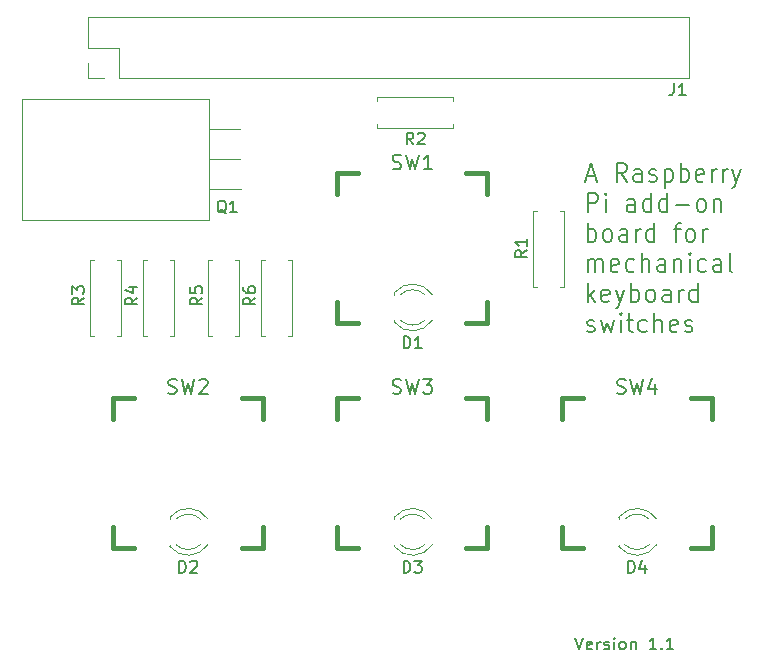
<source format=gto>
G04 #@! TF.FileFunction,Legend,Top*
%FSLAX46Y46*%
G04 Gerber Fmt 4.6, Leading zero omitted, Abs format (unit mm)*
G04 Created by KiCad (PCBNEW 4.0.6) date 08/05/17 18:52:37*
%MOMM*%
%LPD*%
G01*
G04 APERTURE LIST*
%ADD10C,0.100000*%
%ADD11C,0.150000*%
%ADD12C,0.120000*%
%ADD13C,0.381000*%
%ADD14C,0.400000*%
%ADD15R,1.700000X1.700000*%
%ADD16O,1.700000X1.700000*%
%ADD17C,2.750000*%
%ADD18C,6.200000*%
%ADD19R,6.000000X9.500000*%
%ADD20C,1.800000*%
%ADD21O,1.800000X1.800000*%
%ADD22R,1.800000X1.800000*%
%ADD23C,2.286000*%
G04 APERTURE END LIST*
D10*
D11*
X93285714Y-87891667D02*
X94000000Y-87891667D01*
X93142857Y-88348810D02*
X93642857Y-86748810D01*
X94142857Y-88348810D01*
X96642857Y-88348810D02*
X96142857Y-87586905D01*
X95785714Y-88348810D02*
X95785714Y-86748810D01*
X96357142Y-86748810D01*
X96500000Y-86825000D01*
X96571428Y-86901190D01*
X96642857Y-87053571D01*
X96642857Y-87282143D01*
X96571428Y-87434524D01*
X96500000Y-87510714D01*
X96357142Y-87586905D01*
X95785714Y-87586905D01*
X97928571Y-88348810D02*
X97928571Y-87510714D01*
X97857142Y-87358333D01*
X97714285Y-87282143D01*
X97428571Y-87282143D01*
X97285714Y-87358333D01*
X97928571Y-88272619D02*
X97785714Y-88348810D01*
X97428571Y-88348810D01*
X97285714Y-88272619D01*
X97214285Y-88120238D01*
X97214285Y-87967857D01*
X97285714Y-87815476D01*
X97428571Y-87739286D01*
X97785714Y-87739286D01*
X97928571Y-87663095D01*
X98571428Y-88272619D02*
X98714285Y-88348810D01*
X99000000Y-88348810D01*
X99142857Y-88272619D01*
X99214285Y-88120238D01*
X99214285Y-88044048D01*
X99142857Y-87891667D01*
X99000000Y-87815476D01*
X98785714Y-87815476D01*
X98642857Y-87739286D01*
X98571428Y-87586905D01*
X98571428Y-87510714D01*
X98642857Y-87358333D01*
X98785714Y-87282143D01*
X99000000Y-87282143D01*
X99142857Y-87358333D01*
X99857143Y-87282143D02*
X99857143Y-88882143D01*
X99857143Y-87358333D02*
X100000000Y-87282143D01*
X100285714Y-87282143D01*
X100428571Y-87358333D01*
X100500000Y-87434524D01*
X100571429Y-87586905D01*
X100571429Y-88044048D01*
X100500000Y-88196429D01*
X100428571Y-88272619D01*
X100285714Y-88348810D01*
X100000000Y-88348810D01*
X99857143Y-88272619D01*
X101214286Y-88348810D02*
X101214286Y-86748810D01*
X101214286Y-87358333D02*
X101357143Y-87282143D01*
X101642857Y-87282143D01*
X101785714Y-87358333D01*
X101857143Y-87434524D01*
X101928572Y-87586905D01*
X101928572Y-88044048D01*
X101857143Y-88196429D01*
X101785714Y-88272619D01*
X101642857Y-88348810D01*
X101357143Y-88348810D01*
X101214286Y-88272619D01*
X103142857Y-88272619D02*
X103000000Y-88348810D01*
X102714286Y-88348810D01*
X102571429Y-88272619D01*
X102500000Y-88120238D01*
X102500000Y-87510714D01*
X102571429Y-87358333D01*
X102714286Y-87282143D01*
X103000000Y-87282143D01*
X103142857Y-87358333D01*
X103214286Y-87510714D01*
X103214286Y-87663095D01*
X102500000Y-87815476D01*
X103857143Y-88348810D02*
X103857143Y-87282143D01*
X103857143Y-87586905D02*
X103928571Y-87434524D01*
X104000000Y-87358333D01*
X104142857Y-87282143D01*
X104285714Y-87282143D01*
X104785714Y-88348810D02*
X104785714Y-87282143D01*
X104785714Y-87586905D02*
X104857142Y-87434524D01*
X104928571Y-87358333D01*
X105071428Y-87282143D01*
X105214285Y-87282143D01*
X105571428Y-87282143D02*
X105928571Y-88348810D01*
X106285713Y-87282143D02*
X105928571Y-88348810D01*
X105785713Y-88729762D01*
X105714285Y-88805952D01*
X105571428Y-88882143D01*
X93357143Y-90898810D02*
X93357143Y-89298810D01*
X93928571Y-89298810D01*
X94071429Y-89375000D01*
X94142857Y-89451190D01*
X94214286Y-89603571D01*
X94214286Y-89832143D01*
X94142857Y-89984524D01*
X94071429Y-90060714D01*
X93928571Y-90136905D01*
X93357143Y-90136905D01*
X94857143Y-90898810D02*
X94857143Y-89832143D01*
X94857143Y-89298810D02*
X94785714Y-89375000D01*
X94857143Y-89451190D01*
X94928571Y-89375000D01*
X94857143Y-89298810D01*
X94857143Y-89451190D01*
X97357143Y-90898810D02*
X97357143Y-90060714D01*
X97285714Y-89908333D01*
X97142857Y-89832143D01*
X96857143Y-89832143D01*
X96714286Y-89908333D01*
X97357143Y-90822619D02*
X97214286Y-90898810D01*
X96857143Y-90898810D01*
X96714286Y-90822619D01*
X96642857Y-90670238D01*
X96642857Y-90517857D01*
X96714286Y-90365476D01*
X96857143Y-90289286D01*
X97214286Y-90289286D01*
X97357143Y-90213095D01*
X98714286Y-90898810D02*
X98714286Y-89298810D01*
X98714286Y-90822619D02*
X98571429Y-90898810D01*
X98285715Y-90898810D01*
X98142857Y-90822619D01*
X98071429Y-90746429D01*
X98000000Y-90594048D01*
X98000000Y-90136905D01*
X98071429Y-89984524D01*
X98142857Y-89908333D01*
X98285715Y-89832143D01*
X98571429Y-89832143D01*
X98714286Y-89908333D01*
X100071429Y-90898810D02*
X100071429Y-89298810D01*
X100071429Y-90822619D02*
X99928572Y-90898810D01*
X99642858Y-90898810D01*
X99500000Y-90822619D01*
X99428572Y-90746429D01*
X99357143Y-90594048D01*
X99357143Y-90136905D01*
X99428572Y-89984524D01*
X99500000Y-89908333D01*
X99642858Y-89832143D01*
X99928572Y-89832143D01*
X100071429Y-89908333D01*
X100785715Y-90289286D02*
X101928572Y-90289286D01*
X102857144Y-90898810D02*
X102714286Y-90822619D01*
X102642858Y-90746429D01*
X102571429Y-90594048D01*
X102571429Y-90136905D01*
X102642858Y-89984524D01*
X102714286Y-89908333D01*
X102857144Y-89832143D01*
X103071429Y-89832143D01*
X103214286Y-89908333D01*
X103285715Y-89984524D01*
X103357144Y-90136905D01*
X103357144Y-90594048D01*
X103285715Y-90746429D01*
X103214286Y-90822619D01*
X103071429Y-90898810D01*
X102857144Y-90898810D01*
X104000001Y-89832143D02*
X104000001Y-90898810D01*
X104000001Y-89984524D02*
X104071429Y-89908333D01*
X104214287Y-89832143D01*
X104428572Y-89832143D01*
X104571429Y-89908333D01*
X104642858Y-90060714D01*
X104642858Y-90898810D01*
X93357143Y-93448810D02*
X93357143Y-91848810D01*
X93357143Y-92458333D02*
X93500000Y-92382143D01*
X93785714Y-92382143D01*
X93928571Y-92458333D01*
X94000000Y-92534524D01*
X94071429Y-92686905D01*
X94071429Y-93144048D01*
X94000000Y-93296429D01*
X93928571Y-93372619D01*
X93785714Y-93448810D01*
X93500000Y-93448810D01*
X93357143Y-93372619D01*
X94928572Y-93448810D02*
X94785714Y-93372619D01*
X94714286Y-93296429D01*
X94642857Y-93144048D01*
X94642857Y-92686905D01*
X94714286Y-92534524D01*
X94785714Y-92458333D01*
X94928572Y-92382143D01*
X95142857Y-92382143D01*
X95285714Y-92458333D01*
X95357143Y-92534524D01*
X95428572Y-92686905D01*
X95428572Y-93144048D01*
X95357143Y-93296429D01*
X95285714Y-93372619D01*
X95142857Y-93448810D01*
X94928572Y-93448810D01*
X96714286Y-93448810D02*
X96714286Y-92610714D01*
X96642857Y-92458333D01*
X96500000Y-92382143D01*
X96214286Y-92382143D01*
X96071429Y-92458333D01*
X96714286Y-93372619D02*
X96571429Y-93448810D01*
X96214286Y-93448810D01*
X96071429Y-93372619D01*
X96000000Y-93220238D01*
X96000000Y-93067857D01*
X96071429Y-92915476D01*
X96214286Y-92839286D01*
X96571429Y-92839286D01*
X96714286Y-92763095D01*
X97428572Y-93448810D02*
X97428572Y-92382143D01*
X97428572Y-92686905D02*
X97500000Y-92534524D01*
X97571429Y-92458333D01*
X97714286Y-92382143D01*
X97857143Y-92382143D01*
X99000000Y-93448810D02*
X99000000Y-91848810D01*
X99000000Y-93372619D02*
X98857143Y-93448810D01*
X98571429Y-93448810D01*
X98428571Y-93372619D01*
X98357143Y-93296429D01*
X98285714Y-93144048D01*
X98285714Y-92686905D01*
X98357143Y-92534524D01*
X98428571Y-92458333D01*
X98571429Y-92382143D01*
X98857143Y-92382143D01*
X99000000Y-92458333D01*
X100642857Y-92382143D02*
X101214286Y-92382143D01*
X100857143Y-93448810D02*
X100857143Y-92077381D01*
X100928571Y-91925000D01*
X101071429Y-91848810D01*
X101214286Y-91848810D01*
X101928572Y-93448810D02*
X101785714Y-93372619D01*
X101714286Y-93296429D01*
X101642857Y-93144048D01*
X101642857Y-92686905D01*
X101714286Y-92534524D01*
X101785714Y-92458333D01*
X101928572Y-92382143D01*
X102142857Y-92382143D01*
X102285714Y-92458333D01*
X102357143Y-92534524D01*
X102428572Y-92686905D01*
X102428572Y-93144048D01*
X102357143Y-93296429D01*
X102285714Y-93372619D01*
X102142857Y-93448810D01*
X101928572Y-93448810D01*
X103071429Y-93448810D02*
X103071429Y-92382143D01*
X103071429Y-92686905D02*
X103142857Y-92534524D01*
X103214286Y-92458333D01*
X103357143Y-92382143D01*
X103500000Y-92382143D01*
X93357143Y-95998810D02*
X93357143Y-94932143D01*
X93357143Y-95084524D02*
X93428571Y-95008333D01*
X93571429Y-94932143D01*
X93785714Y-94932143D01*
X93928571Y-95008333D01*
X94000000Y-95160714D01*
X94000000Y-95998810D01*
X94000000Y-95160714D02*
X94071429Y-95008333D01*
X94214286Y-94932143D01*
X94428571Y-94932143D01*
X94571429Y-95008333D01*
X94642857Y-95160714D01*
X94642857Y-95998810D01*
X95928571Y-95922619D02*
X95785714Y-95998810D01*
X95500000Y-95998810D01*
X95357143Y-95922619D01*
X95285714Y-95770238D01*
X95285714Y-95160714D01*
X95357143Y-95008333D01*
X95500000Y-94932143D01*
X95785714Y-94932143D01*
X95928571Y-95008333D01*
X96000000Y-95160714D01*
X96000000Y-95313095D01*
X95285714Y-95465476D01*
X97285714Y-95922619D02*
X97142857Y-95998810D01*
X96857143Y-95998810D01*
X96714285Y-95922619D01*
X96642857Y-95846429D01*
X96571428Y-95694048D01*
X96571428Y-95236905D01*
X96642857Y-95084524D01*
X96714285Y-95008333D01*
X96857143Y-94932143D01*
X97142857Y-94932143D01*
X97285714Y-95008333D01*
X97928571Y-95998810D02*
X97928571Y-94398810D01*
X98571428Y-95998810D02*
X98571428Y-95160714D01*
X98499999Y-95008333D01*
X98357142Y-94932143D01*
X98142857Y-94932143D01*
X97999999Y-95008333D01*
X97928571Y-95084524D01*
X99928571Y-95998810D02*
X99928571Y-95160714D01*
X99857142Y-95008333D01*
X99714285Y-94932143D01*
X99428571Y-94932143D01*
X99285714Y-95008333D01*
X99928571Y-95922619D02*
X99785714Y-95998810D01*
X99428571Y-95998810D01*
X99285714Y-95922619D01*
X99214285Y-95770238D01*
X99214285Y-95617857D01*
X99285714Y-95465476D01*
X99428571Y-95389286D01*
X99785714Y-95389286D01*
X99928571Y-95313095D01*
X100642857Y-94932143D02*
X100642857Y-95998810D01*
X100642857Y-95084524D02*
X100714285Y-95008333D01*
X100857143Y-94932143D01*
X101071428Y-94932143D01*
X101214285Y-95008333D01*
X101285714Y-95160714D01*
X101285714Y-95998810D01*
X102000000Y-95998810D02*
X102000000Y-94932143D01*
X102000000Y-94398810D02*
X101928571Y-94475000D01*
X102000000Y-94551190D01*
X102071428Y-94475000D01*
X102000000Y-94398810D01*
X102000000Y-94551190D01*
X103357143Y-95922619D02*
X103214286Y-95998810D01*
X102928572Y-95998810D01*
X102785714Y-95922619D01*
X102714286Y-95846429D01*
X102642857Y-95694048D01*
X102642857Y-95236905D01*
X102714286Y-95084524D01*
X102785714Y-95008333D01*
X102928572Y-94932143D01*
X103214286Y-94932143D01*
X103357143Y-95008333D01*
X104642857Y-95998810D02*
X104642857Y-95160714D01*
X104571428Y-95008333D01*
X104428571Y-94932143D01*
X104142857Y-94932143D01*
X104000000Y-95008333D01*
X104642857Y-95922619D02*
X104500000Y-95998810D01*
X104142857Y-95998810D01*
X104000000Y-95922619D01*
X103928571Y-95770238D01*
X103928571Y-95617857D01*
X104000000Y-95465476D01*
X104142857Y-95389286D01*
X104500000Y-95389286D01*
X104642857Y-95313095D01*
X105571429Y-95998810D02*
X105428571Y-95922619D01*
X105357143Y-95770238D01*
X105357143Y-94398810D01*
X93357143Y-98548810D02*
X93357143Y-96948810D01*
X93500000Y-97939286D02*
X93928571Y-98548810D01*
X93928571Y-97482143D02*
X93357143Y-98091667D01*
X95142857Y-98472619D02*
X95000000Y-98548810D01*
X94714286Y-98548810D01*
X94571429Y-98472619D01*
X94500000Y-98320238D01*
X94500000Y-97710714D01*
X94571429Y-97558333D01*
X94714286Y-97482143D01*
X95000000Y-97482143D01*
X95142857Y-97558333D01*
X95214286Y-97710714D01*
X95214286Y-97863095D01*
X94500000Y-98015476D01*
X95714286Y-97482143D02*
X96071429Y-98548810D01*
X96428571Y-97482143D02*
X96071429Y-98548810D01*
X95928571Y-98929762D01*
X95857143Y-99005952D01*
X95714286Y-99082143D01*
X97000000Y-98548810D02*
X97000000Y-96948810D01*
X97000000Y-97558333D02*
X97142857Y-97482143D01*
X97428571Y-97482143D01*
X97571428Y-97558333D01*
X97642857Y-97634524D01*
X97714286Y-97786905D01*
X97714286Y-98244048D01*
X97642857Y-98396429D01*
X97571428Y-98472619D01*
X97428571Y-98548810D01*
X97142857Y-98548810D01*
X97000000Y-98472619D01*
X98571429Y-98548810D02*
X98428571Y-98472619D01*
X98357143Y-98396429D01*
X98285714Y-98244048D01*
X98285714Y-97786905D01*
X98357143Y-97634524D01*
X98428571Y-97558333D01*
X98571429Y-97482143D01*
X98785714Y-97482143D01*
X98928571Y-97558333D01*
X99000000Y-97634524D01*
X99071429Y-97786905D01*
X99071429Y-98244048D01*
X99000000Y-98396429D01*
X98928571Y-98472619D01*
X98785714Y-98548810D01*
X98571429Y-98548810D01*
X100357143Y-98548810D02*
X100357143Y-97710714D01*
X100285714Y-97558333D01*
X100142857Y-97482143D01*
X99857143Y-97482143D01*
X99714286Y-97558333D01*
X100357143Y-98472619D02*
X100214286Y-98548810D01*
X99857143Y-98548810D01*
X99714286Y-98472619D01*
X99642857Y-98320238D01*
X99642857Y-98167857D01*
X99714286Y-98015476D01*
X99857143Y-97939286D01*
X100214286Y-97939286D01*
X100357143Y-97863095D01*
X101071429Y-98548810D02*
X101071429Y-97482143D01*
X101071429Y-97786905D02*
X101142857Y-97634524D01*
X101214286Y-97558333D01*
X101357143Y-97482143D01*
X101500000Y-97482143D01*
X102642857Y-98548810D02*
X102642857Y-96948810D01*
X102642857Y-98472619D02*
X102500000Y-98548810D01*
X102214286Y-98548810D01*
X102071428Y-98472619D01*
X102000000Y-98396429D01*
X101928571Y-98244048D01*
X101928571Y-97786905D01*
X102000000Y-97634524D01*
X102071428Y-97558333D01*
X102214286Y-97482143D01*
X102500000Y-97482143D01*
X102642857Y-97558333D01*
X93285714Y-101022619D02*
X93428571Y-101098810D01*
X93714286Y-101098810D01*
X93857143Y-101022619D01*
X93928571Y-100870238D01*
X93928571Y-100794048D01*
X93857143Y-100641667D01*
X93714286Y-100565476D01*
X93500000Y-100565476D01*
X93357143Y-100489286D01*
X93285714Y-100336905D01*
X93285714Y-100260714D01*
X93357143Y-100108333D01*
X93500000Y-100032143D01*
X93714286Y-100032143D01*
X93857143Y-100108333D01*
X94428572Y-100032143D02*
X94714286Y-101098810D01*
X95000000Y-100336905D01*
X95285715Y-101098810D01*
X95571429Y-100032143D01*
X96142858Y-101098810D02*
X96142858Y-100032143D01*
X96142858Y-99498810D02*
X96071429Y-99575000D01*
X96142858Y-99651190D01*
X96214286Y-99575000D01*
X96142858Y-99498810D01*
X96142858Y-99651190D01*
X96642858Y-100032143D02*
X97214287Y-100032143D01*
X96857144Y-99498810D02*
X96857144Y-100870238D01*
X96928572Y-101022619D01*
X97071430Y-101098810D01*
X97214287Y-101098810D01*
X98357144Y-101022619D02*
X98214287Y-101098810D01*
X97928573Y-101098810D01*
X97785715Y-101022619D01*
X97714287Y-100946429D01*
X97642858Y-100794048D01*
X97642858Y-100336905D01*
X97714287Y-100184524D01*
X97785715Y-100108333D01*
X97928573Y-100032143D01*
X98214287Y-100032143D01*
X98357144Y-100108333D01*
X99000001Y-101098810D02*
X99000001Y-99498810D01*
X99642858Y-101098810D02*
X99642858Y-100260714D01*
X99571429Y-100108333D01*
X99428572Y-100032143D01*
X99214287Y-100032143D01*
X99071429Y-100108333D01*
X99000001Y-100184524D01*
X100928572Y-101022619D02*
X100785715Y-101098810D01*
X100500001Y-101098810D01*
X100357144Y-101022619D01*
X100285715Y-100870238D01*
X100285715Y-100260714D01*
X100357144Y-100108333D01*
X100500001Y-100032143D01*
X100785715Y-100032143D01*
X100928572Y-100108333D01*
X101000001Y-100260714D01*
X101000001Y-100413095D01*
X100285715Y-100565476D01*
X101571429Y-101022619D02*
X101714286Y-101098810D01*
X102000001Y-101098810D01*
X102142858Y-101022619D01*
X102214286Y-100870238D01*
X102214286Y-100794048D01*
X102142858Y-100641667D01*
X102000001Y-100565476D01*
X101785715Y-100565476D01*
X101642858Y-100489286D01*
X101571429Y-100336905D01*
X101571429Y-100260714D01*
X101642858Y-100108333D01*
X101785715Y-100032143D01*
X102000001Y-100032143D01*
X102142858Y-100108333D01*
X92309524Y-126952381D02*
X92642857Y-127952381D01*
X92976191Y-126952381D01*
X93690477Y-127904762D02*
X93595239Y-127952381D01*
X93404762Y-127952381D01*
X93309524Y-127904762D01*
X93261905Y-127809524D01*
X93261905Y-127428571D01*
X93309524Y-127333333D01*
X93404762Y-127285714D01*
X93595239Y-127285714D01*
X93690477Y-127333333D01*
X93738096Y-127428571D01*
X93738096Y-127523810D01*
X93261905Y-127619048D01*
X94166667Y-127952381D02*
X94166667Y-127285714D01*
X94166667Y-127476190D02*
X94214286Y-127380952D01*
X94261905Y-127333333D01*
X94357143Y-127285714D01*
X94452382Y-127285714D01*
X94738096Y-127904762D02*
X94833334Y-127952381D01*
X95023810Y-127952381D01*
X95119049Y-127904762D01*
X95166668Y-127809524D01*
X95166668Y-127761905D01*
X95119049Y-127666667D01*
X95023810Y-127619048D01*
X94880953Y-127619048D01*
X94785715Y-127571429D01*
X94738096Y-127476190D01*
X94738096Y-127428571D01*
X94785715Y-127333333D01*
X94880953Y-127285714D01*
X95023810Y-127285714D01*
X95119049Y-127333333D01*
X95595239Y-127952381D02*
X95595239Y-127285714D01*
X95595239Y-126952381D02*
X95547620Y-127000000D01*
X95595239Y-127047619D01*
X95642858Y-127000000D01*
X95595239Y-126952381D01*
X95595239Y-127047619D01*
X96214286Y-127952381D02*
X96119048Y-127904762D01*
X96071429Y-127857143D01*
X96023810Y-127761905D01*
X96023810Y-127476190D01*
X96071429Y-127380952D01*
X96119048Y-127333333D01*
X96214286Y-127285714D01*
X96357144Y-127285714D01*
X96452382Y-127333333D01*
X96500001Y-127380952D01*
X96547620Y-127476190D01*
X96547620Y-127761905D01*
X96500001Y-127857143D01*
X96452382Y-127904762D01*
X96357144Y-127952381D01*
X96214286Y-127952381D01*
X96976191Y-127285714D02*
X96976191Y-127952381D01*
X96976191Y-127380952D02*
X97023810Y-127333333D01*
X97119048Y-127285714D01*
X97261906Y-127285714D01*
X97357144Y-127333333D01*
X97404763Y-127428571D01*
X97404763Y-127952381D01*
X99166668Y-127952381D02*
X98595239Y-127952381D01*
X98880953Y-127952381D02*
X98880953Y-126952381D01*
X98785715Y-127095238D01*
X98690477Y-127190476D01*
X98595239Y-127238095D01*
X99595239Y-127857143D02*
X99642858Y-127904762D01*
X99595239Y-127952381D01*
X99547620Y-127904762D01*
X99595239Y-127857143D01*
X99595239Y-127952381D01*
X100595239Y-127952381D02*
X100023810Y-127952381D01*
X100309524Y-127952381D02*
X100309524Y-126952381D01*
X100214286Y-127095238D01*
X100119048Y-127190476D01*
X100023810Y-127238095D01*
D12*
X101960000Y-79600000D02*
X101960000Y-74400000D01*
X53640000Y-79600000D02*
X101960000Y-79600000D01*
X51040000Y-74400000D02*
X101960000Y-74400000D01*
X53640000Y-79600000D02*
X53640000Y-77000000D01*
X53640000Y-77000000D02*
X51040000Y-77000000D01*
X51040000Y-77000000D02*
X51040000Y-74400000D01*
X52370000Y-79600000D02*
X51040000Y-79600000D01*
X51040000Y-79600000D02*
X51040000Y-78270000D01*
X107786000Y-126000000D02*
G75*
G03X107786000Y-126000000I-2286000J0D01*
G01*
X49786000Y-126000000D02*
G75*
G03X49786000Y-126000000I-2286000J0D01*
G01*
X49786000Y-77000000D02*
G75*
G03X49786000Y-77000000I-2286000J0D01*
G01*
X107786000Y-77000000D02*
G75*
G03X107786000Y-77000000I-2286000J0D01*
G01*
X61310000Y-91580000D02*
X61310000Y-81340000D01*
X45420000Y-91580000D02*
X45420000Y-81340000D01*
X45420000Y-91580000D02*
X61310000Y-91580000D01*
X45420000Y-81340000D02*
X61310000Y-81340000D01*
X61310000Y-89000000D02*
X63950000Y-89000000D01*
X61310000Y-86460000D02*
X63934000Y-86460000D01*
X61310000Y-83920000D02*
X63934000Y-83920000D01*
X49786000Y-126000000D02*
G75*
G03X49786000Y-126000000I-2286000J0D01*
G01*
X107786000Y-126000000D02*
G75*
G03X107786000Y-126000000I-2286000J0D01*
G01*
X107786000Y-77000000D02*
G75*
G03X107786000Y-77000000I-2286000J0D01*
G01*
X80192335Y-97921392D02*
G75*
G03X76960000Y-97764484I-1672335J-1078608D01*
G01*
X80192335Y-100078608D02*
G75*
G02X76960000Y-100235516I-1672335J1078608D01*
G01*
X79561130Y-97920163D02*
G75*
G03X77479039Y-97920000I-1041130J-1079837D01*
G01*
X79561130Y-100079837D02*
G75*
G02X77479039Y-100080000I-1041130J1079837D01*
G01*
X76960000Y-97764000D02*
X76960000Y-97920000D01*
X76960000Y-100080000D02*
X76960000Y-100236000D01*
X61192335Y-116921392D02*
G75*
G03X57960000Y-116764484I-1672335J-1078608D01*
G01*
X61192335Y-119078608D02*
G75*
G02X57960000Y-119235516I-1672335J1078608D01*
G01*
X60561130Y-116920163D02*
G75*
G03X58479039Y-116920000I-1041130J-1079837D01*
G01*
X60561130Y-119079837D02*
G75*
G02X58479039Y-119080000I-1041130J1079837D01*
G01*
X57960000Y-116764000D02*
X57960000Y-116920000D01*
X57960000Y-119080000D02*
X57960000Y-119236000D01*
X80192335Y-116921392D02*
G75*
G03X76960000Y-116764484I-1672335J-1078608D01*
G01*
X80192335Y-119078608D02*
G75*
G02X76960000Y-119235516I-1672335J1078608D01*
G01*
X79561130Y-116920163D02*
G75*
G03X77479039Y-116920000I-1041130J-1079837D01*
G01*
X79561130Y-119079837D02*
G75*
G02X77479039Y-119080000I-1041130J1079837D01*
G01*
X76960000Y-116764000D02*
X76960000Y-116920000D01*
X76960000Y-119080000D02*
X76960000Y-119236000D01*
X99192335Y-116921392D02*
G75*
G03X95960000Y-116764484I-1672335J-1078608D01*
G01*
X99192335Y-119078608D02*
G75*
G02X95960000Y-119235516I-1672335J1078608D01*
G01*
X98561130Y-116920163D02*
G75*
G03X96479039Y-116920000I-1041130J-1079837D01*
G01*
X98561130Y-119079837D02*
G75*
G02X96479039Y-119080000I-1041130J1079837D01*
G01*
X95960000Y-116764000D02*
X95960000Y-116920000D01*
X95960000Y-119080000D02*
X95960000Y-119236000D01*
D13*
X72150000Y-87650000D02*
X73928000Y-87650000D01*
X83072000Y-87650000D02*
X84850000Y-87650000D01*
X84850000Y-87650000D02*
X84850000Y-89428000D01*
X84850000Y-98572000D02*
X84850000Y-100350000D01*
X84850000Y-100350000D02*
X83072000Y-100350000D01*
X73928000Y-100350000D02*
X72150000Y-100350000D01*
X72150000Y-100350000D02*
X72150000Y-98572000D01*
X72150000Y-89428000D02*
X72150000Y-87650000D01*
X53150000Y-106650000D02*
X54928000Y-106650000D01*
X64072000Y-106650000D02*
X65850000Y-106650000D01*
X65850000Y-106650000D02*
X65850000Y-108428000D01*
X65850000Y-117572000D02*
X65850000Y-119350000D01*
X65850000Y-119350000D02*
X64072000Y-119350000D01*
X54928000Y-119350000D02*
X53150000Y-119350000D01*
X53150000Y-119350000D02*
X53150000Y-117572000D01*
X53150000Y-108428000D02*
X53150000Y-106650000D01*
X72150000Y-106650000D02*
X73928000Y-106650000D01*
X83072000Y-106650000D02*
X84850000Y-106650000D01*
X84850000Y-106650000D02*
X84850000Y-108428000D01*
X84850000Y-117572000D02*
X84850000Y-119350000D01*
X84850000Y-119350000D02*
X83072000Y-119350000D01*
X73928000Y-119350000D02*
X72150000Y-119350000D01*
X72150000Y-119350000D02*
X72150000Y-117572000D01*
X72150000Y-108428000D02*
X72150000Y-106650000D01*
X91150000Y-106650000D02*
X92928000Y-106650000D01*
X102072000Y-106650000D02*
X103850000Y-106650000D01*
X103850000Y-106650000D02*
X103850000Y-108428000D01*
X103850000Y-117572000D02*
X103850000Y-119350000D01*
X103850000Y-119350000D02*
X102072000Y-119350000D01*
X92928000Y-119350000D02*
X91150000Y-119350000D01*
X91150000Y-119350000D02*
X91150000Y-117572000D01*
X91150000Y-108428000D02*
X91150000Y-106650000D01*
D12*
X49786000Y-77000000D02*
G75*
G03X49786000Y-77000000I-2286000J0D01*
G01*
X90980000Y-90850000D02*
X91310000Y-90850000D01*
X91310000Y-90850000D02*
X91310000Y-97270000D01*
X91310000Y-97270000D02*
X90980000Y-97270000D01*
X89020000Y-90850000D02*
X88690000Y-90850000D01*
X88690000Y-90850000D02*
X88690000Y-97270000D01*
X88690000Y-97270000D02*
X89020000Y-97270000D01*
X81900000Y-83480000D02*
X81900000Y-83810000D01*
X81900000Y-83810000D02*
X75480000Y-83810000D01*
X75480000Y-83810000D02*
X75480000Y-83480000D01*
X81900000Y-81520000D02*
X81900000Y-81190000D01*
X81900000Y-81190000D02*
X75480000Y-81190000D01*
X75480000Y-81190000D02*
X75480000Y-81520000D01*
X51520000Y-101400000D02*
X51190000Y-101400000D01*
X51190000Y-101400000D02*
X51190000Y-94980000D01*
X51190000Y-94980000D02*
X51520000Y-94980000D01*
X53480000Y-101400000D02*
X53810000Y-101400000D01*
X53810000Y-101400000D02*
X53810000Y-94980000D01*
X53810000Y-94980000D02*
X53480000Y-94980000D01*
X56020000Y-101400000D02*
X55690000Y-101400000D01*
X55690000Y-101400000D02*
X55690000Y-94980000D01*
X55690000Y-94980000D02*
X56020000Y-94980000D01*
X57980000Y-101400000D02*
X58310000Y-101400000D01*
X58310000Y-101400000D02*
X58310000Y-94980000D01*
X58310000Y-94980000D02*
X57980000Y-94980000D01*
X61520000Y-101400000D02*
X61190000Y-101400000D01*
X61190000Y-101400000D02*
X61190000Y-94980000D01*
X61190000Y-94980000D02*
X61520000Y-94980000D01*
X63480000Y-101400000D02*
X63810000Y-101400000D01*
X63810000Y-101400000D02*
X63810000Y-94980000D01*
X63810000Y-94980000D02*
X63480000Y-94980000D01*
X66020000Y-101400000D02*
X65690000Y-101400000D01*
X65690000Y-101400000D02*
X65690000Y-94980000D01*
X65690000Y-94980000D02*
X66020000Y-94980000D01*
X67980000Y-101400000D02*
X68310000Y-101400000D01*
X68310000Y-101400000D02*
X68310000Y-94980000D01*
X68310000Y-94980000D02*
X67980000Y-94980000D01*
D11*
X100636667Y-80022381D02*
X100636667Y-80736667D01*
X100589047Y-80879524D01*
X100493809Y-80974762D01*
X100350952Y-81022381D01*
X100255714Y-81022381D01*
X101636667Y-81022381D02*
X101065238Y-81022381D01*
X101350952Y-81022381D02*
X101350952Y-80022381D01*
X101255714Y-80165238D01*
X101160476Y-80260476D01*
X101065238Y-80308095D01*
X62732762Y-91043619D02*
X62637524Y-90996000D01*
X62542286Y-90900762D01*
X62399429Y-90757905D01*
X62304190Y-90710286D01*
X62208952Y-90710286D01*
X62256571Y-90948381D02*
X62161333Y-90900762D01*
X62066095Y-90805524D01*
X62018476Y-90615048D01*
X62018476Y-90281714D01*
X62066095Y-90091238D01*
X62161333Y-89996000D01*
X62256571Y-89948381D01*
X62447048Y-89948381D01*
X62542286Y-89996000D01*
X62637524Y-90091238D01*
X62685143Y-90281714D01*
X62685143Y-90615048D01*
X62637524Y-90805524D01*
X62542286Y-90900762D01*
X62447048Y-90948381D01*
X62256571Y-90948381D01*
X63637524Y-90948381D02*
X63066095Y-90948381D01*
X63351809Y-90948381D02*
X63351809Y-89948381D01*
X63256571Y-90091238D01*
X63161333Y-90186476D01*
X63066095Y-90234095D01*
X77761905Y-102452381D02*
X77761905Y-101452381D01*
X78000000Y-101452381D01*
X78142858Y-101500000D01*
X78238096Y-101595238D01*
X78285715Y-101690476D01*
X78333334Y-101880952D01*
X78333334Y-102023810D01*
X78285715Y-102214286D01*
X78238096Y-102309524D01*
X78142858Y-102404762D01*
X78000000Y-102452381D01*
X77761905Y-102452381D01*
X79285715Y-102452381D02*
X78714286Y-102452381D01*
X79000000Y-102452381D02*
X79000000Y-101452381D01*
X78904762Y-101595238D01*
X78809524Y-101690476D01*
X78714286Y-101738095D01*
X58761905Y-121452381D02*
X58761905Y-120452381D01*
X59000000Y-120452381D01*
X59142858Y-120500000D01*
X59238096Y-120595238D01*
X59285715Y-120690476D01*
X59333334Y-120880952D01*
X59333334Y-121023810D01*
X59285715Y-121214286D01*
X59238096Y-121309524D01*
X59142858Y-121404762D01*
X59000000Y-121452381D01*
X58761905Y-121452381D01*
X59714286Y-120547619D02*
X59761905Y-120500000D01*
X59857143Y-120452381D01*
X60095239Y-120452381D01*
X60190477Y-120500000D01*
X60238096Y-120547619D01*
X60285715Y-120642857D01*
X60285715Y-120738095D01*
X60238096Y-120880952D01*
X59666667Y-121452381D01*
X60285715Y-121452381D01*
X77761905Y-121452381D02*
X77761905Y-120452381D01*
X78000000Y-120452381D01*
X78142858Y-120500000D01*
X78238096Y-120595238D01*
X78285715Y-120690476D01*
X78333334Y-120880952D01*
X78333334Y-121023810D01*
X78285715Y-121214286D01*
X78238096Y-121309524D01*
X78142858Y-121404762D01*
X78000000Y-121452381D01*
X77761905Y-121452381D01*
X78666667Y-120452381D02*
X79285715Y-120452381D01*
X78952381Y-120833333D01*
X79095239Y-120833333D01*
X79190477Y-120880952D01*
X79238096Y-120928571D01*
X79285715Y-121023810D01*
X79285715Y-121261905D01*
X79238096Y-121357143D01*
X79190477Y-121404762D01*
X79095239Y-121452381D01*
X78809524Y-121452381D01*
X78714286Y-121404762D01*
X78666667Y-121357143D01*
X96761905Y-121452381D02*
X96761905Y-120452381D01*
X97000000Y-120452381D01*
X97142858Y-120500000D01*
X97238096Y-120595238D01*
X97285715Y-120690476D01*
X97333334Y-120880952D01*
X97333334Y-121023810D01*
X97285715Y-121214286D01*
X97238096Y-121309524D01*
X97142858Y-121404762D01*
X97000000Y-121452381D01*
X96761905Y-121452381D01*
X98190477Y-120785714D02*
X98190477Y-121452381D01*
X97952381Y-120404762D02*
X97714286Y-121119048D01*
X98333334Y-121119048D01*
X76833334Y-87255952D02*
X77011906Y-87315476D01*
X77309525Y-87315476D01*
X77428572Y-87255952D01*
X77488096Y-87196429D01*
X77547620Y-87077381D01*
X77547620Y-86958333D01*
X77488096Y-86839286D01*
X77428572Y-86779762D01*
X77309525Y-86720238D01*
X77071429Y-86660714D01*
X76952382Y-86601190D01*
X76892858Y-86541667D01*
X76833334Y-86422619D01*
X76833334Y-86303571D01*
X76892858Y-86184524D01*
X76952382Y-86125000D01*
X77071429Y-86065476D01*
X77369049Y-86065476D01*
X77547620Y-86125000D01*
X77964286Y-86065476D02*
X78261905Y-87315476D01*
X78500001Y-86422619D01*
X78738096Y-87315476D01*
X79035715Y-86065476D01*
X80166667Y-87315476D02*
X79452381Y-87315476D01*
X79809524Y-87315476D02*
X79809524Y-86065476D01*
X79690476Y-86244048D01*
X79571429Y-86363095D01*
X79452381Y-86422619D01*
X57833334Y-106255952D02*
X58011906Y-106315476D01*
X58309525Y-106315476D01*
X58428572Y-106255952D01*
X58488096Y-106196429D01*
X58547620Y-106077381D01*
X58547620Y-105958333D01*
X58488096Y-105839286D01*
X58428572Y-105779762D01*
X58309525Y-105720238D01*
X58071429Y-105660714D01*
X57952382Y-105601190D01*
X57892858Y-105541667D01*
X57833334Y-105422619D01*
X57833334Y-105303571D01*
X57892858Y-105184524D01*
X57952382Y-105125000D01*
X58071429Y-105065476D01*
X58369049Y-105065476D01*
X58547620Y-105125000D01*
X58964286Y-105065476D02*
X59261905Y-106315476D01*
X59500001Y-105422619D01*
X59738096Y-106315476D01*
X60035715Y-105065476D01*
X60452381Y-105184524D02*
X60511905Y-105125000D01*
X60630953Y-105065476D01*
X60928572Y-105065476D01*
X61047619Y-105125000D01*
X61107143Y-105184524D01*
X61166667Y-105303571D01*
X61166667Y-105422619D01*
X61107143Y-105601190D01*
X60392857Y-106315476D01*
X61166667Y-106315476D01*
X76833334Y-106255952D02*
X77011906Y-106315476D01*
X77309525Y-106315476D01*
X77428572Y-106255952D01*
X77488096Y-106196429D01*
X77547620Y-106077381D01*
X77547620Y-105958333D01*
X77488096Y-105839286D01*
X77428572Y-105779762D01*
X77309525Y-105720238D01*
X77071429Y-105660714D01*
X76952382Y-105601190D01*
X76892858Y-105541667D01*
X76833334Y-105422619D01*
X76833334Y-105303571D01*
X76892858Y-105184524D01*
X76952382Y-105125000D01*
X77071429Y-105065476D01*
X77369049Y-105065476D01*
X77547620Y-105125000D01*
X77964286Y-105065476D02*
X78261905Y-106315476D01*
X78500001Y-105422619D01*
X78738096Y-106315476D01*
X79035715Y-105065476D01*
X79392857Y-105065476D02*
X80166667Y-105065476D01*
X79750000Y-105541667D01*
X79928572Y-105541667D01*
X80047619Y-105601190D01*
X80107143Y-105660714D01*
X80166667Y-105779762D01*
X80166667Y-106077381D01*
X80107143Y-106196429D01*
X80047619Y-106255952D01*
X79928572Y-106315476D01*
X79571429Y-106315476D01*
X79452381Y-106255952D01*
X79392857Y-106196429D01*
X95833334Y-106255952D02*
X96011906Y-106315476D01*
X96309525Y-106315476D01*
X96428572Y-106255952D01*
X96488096Y-106196429D01*
X96547620Y-106077381D01*
X96547620Y-105958333D01*
X96488096Y-105839286D01*
X96428572Y-105779762D01*
X96309525Y-105720238D01*
X96071429Y-105660714D01*
X95952382Y-105601190D01*
X95892858Y-105541667D01*
X95833334Y-105422619D01*
X95833334Y-105303571D01*
X95892858Y-105184524D01*
X95952382Y-105125000D01*
X96071429Y-105065476D01*
X96369049Y-105065476D01*
X96547620Y-105125000D01*
X96964286Y-105065476D02*
X97261905Y-106315476D01*
X97500001Y-105422619D01*
X97738096Y-106315476D01*
X98035715Y-105065476D01*
X99047619Y-105482143D02*
X99047619Y-106315476D01*
X98750000Y-105005952D02*
X98452381Y-105898810D01*
X99226191Y-105898810D01*
X88202381Y-94166666D02*
X87726190Y-94500000D01*
X88202381Y-94738095D02*
X87202381Y-94738095D01*
X87202381Y-94357142D01*
X87250000Y-94261904D01*
X87297619Y-94214285D01*
X87392857Y-94166666D01*
X87535714Y-94166666D01*
X87630952Y-94214285D01*
X87678571Y-94261904D01*
X87726190Y-94357142D01*
X87726190Y-94738095D01*
X88202381Y-93214285D02*
X88202381Y-93785714D01*
X88202381Y-93500000D02*
X87202381Y-93500000D01*
X87345238Y-93595238D01*
X87440476Y-93690476D01*
X87488095Y-93785714D01*
X78583334Y-85202381D02*
X78250000Y-84726190D01*
X78011905Y-85202381D02*
X78011905Y-84202381D01*
X78392858Y-84202381D01*
X78488096Y-84250000D01*
X78535715Y-84297619D01*
X78583334Y-84392857D01*
X78583334Y-84535714D01*
X78535715Y-84630952D01*
X78488096Y-84678571D01*
X78392858Y-84726190D01*
X78011905Y-84726190D01*
X78964286Y-84297619D02*
X79011905Y-84250000D01*
X79107143Y-84202381D01*
X79345239Y-84202381D01*
X79440477Y-84250000D01*
X79488096Y-84297619D01*
X79535715Y-84392857D01*
X79535715Y-84488095D01*
X79488096Y-84630952D01*
X78916667Y-85202381D01*
X79535715Y-85202381D01*
X50702381Y-98166666D02*
X50226190Y-98500000D01*
X50702381Y-98738095D02*
X49702381Y-98738095D01*
X49702381Y-98357142D01*
X49750000Y-98261904D01*
X49797619Y-98214285D01*
X49892857Y-98166666D01*
X50035714Y-98166666D01*
X50130952Y-98214285D01*
X50178571Y-98261904D01*
X50226190Y-98357142D01*
X50226190Y-98738095D01*
X49702381Y-97833333D02*
X49702381Y-97214285D01*
X50083333Y-97547619D01*
X50083333Y-97404761D01*
X50130952Y-97309523D01*
X50178571Y-97261904D01*
X50273810Y-97214285D01*
X50511905Y-97214285D01*
X50607143Y-97261904D01*
X50654762Y-97309523D01*
X50702381Y-97404761D01*
X50702381Y-97690476D01*
X50654762Y-97785714D01*
X50607143Y-97833333D01*
X55202381Y-98166666D02*
X54726190Y-98500000D01*
X55202381Y-98738095D02*
X54202381Y-98738095D01*
X54202381Y-98357142D01*
X54250000Y-98261904D01*
X54297619Y-98214285D01*
X54392857Y-98166666D01*
X54535714Y-98166666D01*
X54630952Y-98214285D01*
X54678571Y-98261904D01*
X54726190Y-98357142D01*
X54726190Y-98738095D01*
X54535714Y-97309523D02*
X55202381Y-97309523D01*
X54154762Y-97547619D02*
X54869048Y-97785714D01*
X54869048Y-97166666D01*
X60702381Y-98166666D02*
X60226190Y-98500000D01*
X60702381Y-98738095D02*
X59702381Y-98738095D01*
X59702381Y-98357142D01*
X59750000Y-98261904D01*
X59797619Y-98214285D01*
X59892857Y-98166666D01*
X60035714Y-98166666D01*
X60130952Y-98214285D01*
X60178571Y-98261904D01*
X60226190Y-98357142D01*
X60226190Y-98738095D01*
X59702381Y-97261904D02*
X59702381Y-97738095D01*
X60178571Y-97785714D01*
X60130952Y-97738095D01*
X60083333Y-97642857D01*
X60083333Y-97404761D01*
X60130952Y-97309523D01*
X60178571Y-97261904D01*
X60273810Y-97214285D01*
X60511905Y-97214285D01*
X60607143Y-97261904D01*
X60654762Y-97309523D01*
X60702381Y-97404761D01*
X60702381Y-97642857D01*
X60654762Y-97738095D01*
X60607143Y-97785714D01*
X65202381Y-98166666D02*
X64726190Y-98500000D01*
X65202381Y-98738095D02*
X64202381Y-98738095D01*
X64202381Y-98357142D01*
X64250000Y-98261904D01*
X64297619Y-98214285D01*
X64392857Y-98166666D01*
X64535714Y-98166666D01*
X64630952Y-98214285D01*
X64678571Y-98261904D01*
X64726190Y-98357142D01*
X64726190Y-98738095D01*
X64202381Y-97309523D02*
X64202381Y-97500000D01*
X64250000Y-97595238D01*
X64297619Y-97642857D01*
X64440476Y-97738095D01*
X64630952Y-97785714D01*
X65011905Y-97785714D01*
X65107143Y-97738095D01*
X65154762Y-97690476D01*
X65202381Y-97595238D01*
X65202381Y-97404761D01*
X65154762Y-97309523D01*
X65107143Y-97261904D01*
X65011905Y-97214285D01*
X64773810Y-97214285D01*
X64678571Y-97261904D01*
X64630952Y-97309523D01*
X64583333Y-97404761D01*
X64583333Y-97595238D01*
X64630952Y-97690476D01*
X64678571Y-97738095D01*
X64773810Y-97785714D01*
%LPC*%
D14*
X81952381Y-126011905D02*
X81714285Y-126130952D01*
X81238095Y-126130952D01*
X81000000Y-126011905D01*
X80880952Y-125892857D01*
X80761904Y-125654762D01*
X80761904Y-124940476D01*
X80880952Y-124702381D01*
X81000000Y-124583333D01*
X81238095Y-124464286D01*
X81714285Y-124464286D01*
X81952381Y-124583333D01*
X83380952Y-126130952D02*
X83142857Y-126011905D01*
X83023809Y-125773810D01*
X83023809Y-123630952D01*
X84333333Y-126130952D02*
X84333333Y-124464286D01*
X84333333Y-123630952D02*
X84214285Y-123750000D01*
X84333333Y-123869048D01*
X84452381Y-123750000D01*
X84333333Y-123630952D01*
X84333333Y-123869048D01*
X86595238Y-126011905D02*
X86357142Y-126130952D01*
X85880952Y-126130952D01*
X85642857Y-126011905D01*
X85523809Y-125892857D01*
X85404761Y-125654762D01*
X85404761Y-124940476D01*
X85523809Y-124702381D01*
X85642857Y-124583333D01*
X85880952Y-124464286D01*
X86357142Y-124464286D01*
X86595238Y-124583333D01*
X87666666Y-126130952D02*
X87666666Y-123630952D01*
X87904761Y-125178571D02*
X88619047Y-126130952D01*
X88619047Y-124464286D02*
X87666666Y-125416667D01*
X89452381Y-124464286D02*
X90047619Y-126130952D01*
X90642857Y-124464286D02*
X90047619Y-126130952D01*
X89809524Y-126726190D01*
X89690476Y-126845238D01*
X89452381Y-126964286D01*
X92428571Y-124821429D02*
X92785714Y-124940476D01*
X92904762Y-125059524D01*
X93023810Y-125297619D01*
X93023810Y-125654762D01*
X92904762Y-125892857D01*
X92785714Y-126011905D01*
X92547619Y-126130952D01*
X91595238Y-126130952D01*
X91595238Y-123630952D01*
X92428571Y-123630952D01*
X92666667Y-123750000D01*
X92785714Y-123869048D01*
X92904762Y-124107143D01*
X92904762Y-124345238D01*
X92785714Y-124583333D01*
X92666667Y-124702381D01*
X92428571Y-124821429D01*
X91595238Y-124821429D01*
X94452381Y-126130952D02*
X94214286Y-126011905D01*
X94095238Y-125892857D01*
X93976190Y-125654762D01*
X93976190Y-124940476D01*
X94095238Y-124702381D01*
X94214286Y-124583333D01*
X94452381Y-124464286D01*
X94809524Y-124464286D01*
X95047619Y-124583333D01*
X95166667Y-124702381D01*
X95285714Y-124940476D01*
X95285714Y-125654762D01*
X95166667Y-125892857D01*
X95047619Y-126011905D01*
X94809524Y-126130952D01*
X94452381Y-126130952D01*
X97428572Y-126130952D02*
X97428572Y-124821429D01*
X97309524Y-124583333D01*
X97071429Y-124464286D01*
X96595238Y-124464286D01*
X96357143Y-124583333D01*
X97428572Y-126011905D02*
X97190476Y-126130952D01*
X96595238Y-126130952D01*
X96357143Y-126011905D01*
X96238095Y-125773810D01*
X96238095Y-125535714D01*
X96357143Y-125297619D01*
X96595238Y-125178571D01*
X97190476Y-125178571D01*
X97428572Y-125059524D01*
X98619048Y-126130952D02*
X98619048Y-124464286D01*
X98619048Y-124940476D02*
X98738096Y-124702381D01*
X98857143Y-124583333D01*
X99095239Y-124464286D01*
X99333334Y-124464286D01*
X101238096Y-126130952D02*
X101238096Y-123630952D01*
X101238096Y-126011905D02*
X101000000Y-126130952D01*
X100523810Y-126130952D01*
X100285715Y-126011905D01*
X100166667Y-125892857D01*
X100047619Y-125654762D01*
X100047619Y-124940476D01*
X100166667Y-124702381D01*
X100285715Y-124583333D01*
X100523810Y-124464286D01*
X101000000Y-124464286D01*
X101238096Y-124583333D01*
D15*
X52370000Y-78270000D03*
D16*
X52370000Y-75730000D03*
X54910000Y-78270000D03*
X54910000Y-75730000D03*
X57450000Y-78270000D03*
X57450000Y-75730000D03*
X59990000Y-78270000D03*
X59990000Y-75730000D03*
X62530000Y-78270000D03*
X62530000Y-75730000D03*
X65070000Y-78270000D03*
X65070000Y-75730000D03*
X67610000Y-78270000D03*
X67610000Y-75730000D03*
X70150000Y-78270000D03*
X70150000Y-75730000D03*
X72690000Y-78270000D03*
X72690000Y-75730000D03*
X75230000Y-78270000D03*
X75230000Y-75730000D03*
X77770000Y-78270000D03*
X77770000Y-75730000D03*
X80310000Y-78270000D03*
X80310000Y-75730000D03*
X82850000Y-78270000D03*
X82850000Y-75730000D03*
X85390000Y-78270000D03*
X85390000Y-75730000D03*
X87930000Y-78270000D03*
X87930000Y-75730000D03*
X90470000Y-78270000D03*
X90470000Y-75730000D03*
X93010000Y-78270000D03*
X93010000Y-75730000D03*
X95550000Y-78270000D03*
X95550000Y-75730000D03*
X98090000Y-78270000D03*
X98090000Y-75730000D03*
X100630000Y-78270000D03*
X100630000Y-75730000D03*
D17*
X105500000Y-126000000D03*
X47500000Y-126000000D03*
X47500000Y-77000000D03*
D18*
X105500000Y-77000000D03*
D19*
X48700000Y-86400000D03*
D20*
X65000000Y-89000000D03*
D21*
X65000000Y-86460000D03*
X65000000Y-83920000D03*
D18*
X47500000Y-126000000D03*
X105500000Y-126000000D03*
D17*
X105500000Y-77000000D03*
D20*
X77250000Y-99000000D03*
D22*
X79790000Y-99000000D03*
D20*
X58250000Y-118000000D03*
D22*
X60790000Y-118000000D03*
D20*
X77250000Y-118000000D03*
D22*
X79790000Y-118000000D03*
D20*
X96250000Y-118000000D03*
D22*
X98790000Y-118000000D03*
D23*
X81040000Y-88920000D03*
X74690000Y-91460000D03*
X62040000Y-107920000D03*
X55690000Y-110460000D03*
X81040000Y-107920000D03*
X74690000Y-110460000D03*
X100040000Y-107920000D03*
X93690000Y-110460000D03*
D18*
X47500000Y-77000000D03*
D20*
X90000000Y-90250000D03*
X90000000Y-97870000D03*
X82500000Y-82500000D03*
X74880000Y-82500000D03*
X52500000Y-102000000D03*
X52500000Y-94380000D03*
X57000000Y-102000000D03*
X57000000Y-94380000D03*
X62500000Y-102000000D03*
X62500000Y-94380000D03*
X67000000Y-102000000D03*
X67000000Y-94380000D03*
M02*

</source>
